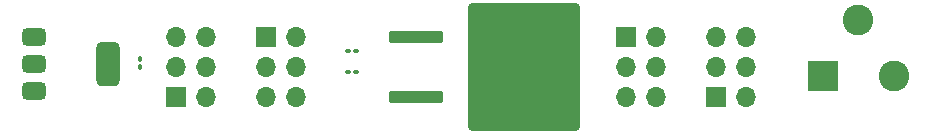
<source format=gbr>
%TF.GenerationSoftware,KiCad,Pcbnew,8.0.4*%
%TF.CreationDate,2024-11-15T14:07:30-05:00*%
%TF.ProjectId,BarrelJackAdapter,42617272-656c-44a6-9163-6b4164617074,rev?*%
%TF.SameCoordinates,Original*%
%TF.FileFunction,Soldermask,Top*%
%TF.FilePolarity,Negative*%
%FSLAX46Y46*%
G04 Gerber Fmt 4.6, Leading zero omitted, Abs format (unit mm)*
G04 Created by KiCad (PCBNEW 8.0.4) date 2024-11-15 14:07:30*
%MOMM*%
%LPD*%
G01*
G04 APERTURE LIST*
G04 Aperture macros list*
%AMRoundRect*
0 Rectangle with rounded corners*
0 $1 Rounding radius*
0 $2 $3 $4 $5 $6 $7 $8 $9 X,Y pos of 4 corners*
0 Add a 4 corners polygon primitive as box body*
4,1,4,$2,$3,$4,$5,$6,$7,$8,$9,$2,$3,0*
0 Add four circle primitives for the rounded corners*
1,1,$1+$1,$2,$3*
1,1,$1+$1,$4,$5*
1,1,$1+$1,$6,$7*
1,1,$1+$1,$8,$9*
0 Add four rect primitives between the rounded corners*
20,1,$1+$1,$2,$3,$4,$5,0*
20,1,$1+$1,$4,$5,$6,$7,0*
20,1,$1+$1,$6,$7,$8,$9,0*
20,1,$1+$1,$8,$9,$2,$3,0*%
G04 Aperture macros list end*
%ADD10RoundRect,0.100000X-0.130000X-0.100000X0.130000X-0.100000X0.130000X0.100000X-0.130000X0.100000X0*%
%ADD11R,1.700000X1.700000*%
%ADD12O,1.700000X1.700000*%
%ADD13RoundRect,0.375000X-0.625000X-0.375000X0.625000X-0.375000X0.625000X0.375000X-0.625000X0.375000X0*%
%ADD14RoundRect,0.500000X-0.500000X-1.400000X0.500000X-1.400000X0.500000X1.400000X-0.500000X1.400000X0*%
%ADD15RoundRect,0.250000X-2.050000X-0.300000X2.050000X-0.300000X2.050000X0.300000X-2.050000X0.300000X0*%
%ADD16RoundRect,0.250002X-4.449998X-5.149998X4.449998X-5.149998X4.449998X5.149998X-4.449998X5.149998X0*%
%ADD17RoundRect,0.100000X0.100000X-0.130000X0.100000X0.130000X-0.100000X0.130000X-0.100000X-0.130000X0*%
%ADD18R,2.600000X2.600000*%
%ADD19C,2.600000*%
G04 APERTURE END LIST*
D10*
%TO.C,C2*%
X131415000Y-71515000D03*
X132055000Y-71515000D03*
%TD*%
D11*
%TO.C,J3*%
X124460000Y-68580000D03*
D12*
X127000000Y-68580000D03*
X124460000Y-71120000D03*
X127000000Y-71120000D03*
X124460000Y-73660000D03*
X127000000Y-73660000D03*
%TD*%
D10*
%TO.C,C1*%
X131415000Y-69765000D03*
X132055000Y-69765000D03*
%TD*%
D11*
%TO.C,J5*%
X154940000Y-68580000D03*
D12*
X157480000Y-68580000D03*
X154940000Y-71120000D03*
X157480000Y-71120000D03*
X154940000Y-73660000D03*
X157480000Y-73660000D03*
%TD*%
D13*
%TO.C,U1*%
X104800000Y-68580000D03*
X104800000Y-70880000D03*
D14*
X111100000Y-70880000D03*
D13*
X104800000Y-73180000D03*
%TD*%
D15*
%TO.C,U2*%
X137160000Y-68580000D03*
D16*
X146310000Y-71120000D03*
D15*
X137160000Y-73660000D03*
%TD*%
D17*
%TO.C,C3*%
X113792000Y-71120000D03*
X113792000Y-70480000D03*
%TD*%
D18*
%TO.C,J1*%
X171600000Y-71870000D03*
D19*
X177600000Y-71870000D03*
X174600000Y-67170000D03*
%TD*%
D11*
%TO.C,J4*%
X162560000Y-73645000D03*
D12*
X165100000Y-73645000D03*
X162560000Y-71105000D03*
X165100000Y-71105000D03*
X162560000Y-68565000D03*
X165100000Y-68565000D03*
%TD*%
D11*
%TO.C,J2*%
X116835000Y-73645000D03*
D12*
X119375000Y-73645000D03*
X116835000Y-71105000D03*
X119375000Y-71105000D03*
X116835000Y-68565000D03*
X119375000Y-68565000D03*
%TD*%
M02*

</source>
